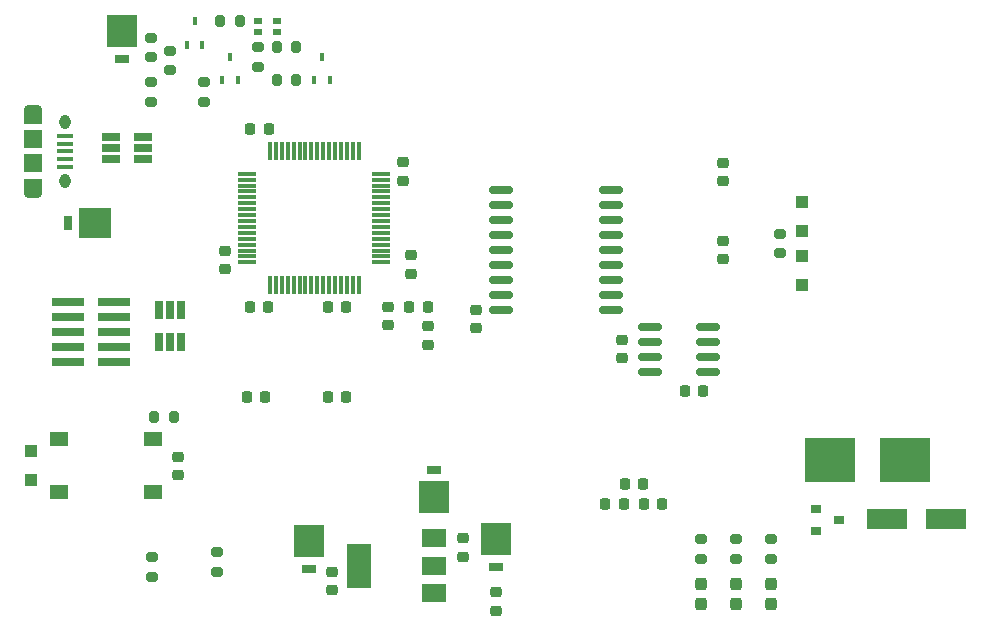
<source format=gtp>
G04 #@! TF.GenerationSoftware,KiCad,Pcbnew,6.0.0-d3dd2cf0fa~116~ubuntu20.04.1*
G04 #@! TF.CreationDate,2022-01-09T15:49:13-07:00*
G04 #@! TF.ProjectId,software_dev_board,736f6674-7761-4726-955f-6465765f626f,A*
G04 #@! TF.SameCoordinates,Original*
G04 #@! TF.FileFunction,Paste,Top*
G04 #@! TF.FilePolarity,Positive*
%FSLAX46Y46*%
G04 Gerber Fmt 4.6, Leading zero omitted, Abs format (unit mm)*
G04 Created by KiCad (PCBNEW 6.0.0-d3dd2cf0fa~116~ubuntu20.04.1) date 2022-01-09 15:49:13*
%MOMM*%
%LPD*%
G01*
G04 APERTURE LIST*
G04 Aperture macros list*
%AMRoundRect*
0 Rectangle with rounded corners*
0 $1 Rounding radius*
0 $2 $3 $4 $5 $6 $7 $8 $9 X,Y pos of 4 corners*
0 Add a 4 corners polygon primitive as box body*
4,1,4,$2,$3,$4,$5,$6,$7,$8,$9,$2,$3,0*
0 Add four circle primitives for the rounded corners*
1,1,$1+$1,$2,$3*
1,1,$1+$1,$4,$5*
1,1,$1+$1,$6,$7*
1,1,$1+$1,$8,$9*
0 Add four rect primitives between the rounded corners*
20,1,$1+$1,$2,$3,$4,$5,0*
20,1,$1+$1,$4,$5,$6,$7,0*
20,1,$1+$1,$6,$7,$8,$9,0*
20,1,$1+$1,$8,$9,$2,$3,0*%
G04 Aperture macros list end*
%ADD10RoundRect,0.225000X0.250000X-0.225000X0.250000X0.225000X-0.250000X0.225000X-0.250000X-0.225000X0*%
%ADD11RoundRect,0.225000X-0.250000X0.225000X-0.250000X-0.225000X0.250000X-0.225000X0.250000X0.225000X0*%
%ADD12RoundRect,0.225000X0.225000X0.250000X-0.225000X0.250000X-0.225000X-0.250000X0.225000X-0.250000X0*%
%ADD13RoundRect,0.225000X-0.225000X-0.250000X0.225000X-0.250000X0.225000X0.250000X-0.225000X0.250000X0*%
%ADD14RoundRect,0.237500X0.237500X-0.287500X0.237500X0.287500X-0.237500X0.287500X-0.237500X-0.287500X0*%
%ADD15R,2.770000X0.740000*%
%ADD16RoundRect,0.200000X0.275000X-0.200000X0.275000X0.200000X-0.275000X0.200000X-0.275000X-0.200000X0*%
%ADD17RoundRect,0.200000X-0.275000X0.200000X-0.275000X-0.200000X0.275000X-0.200000X0.275000X0.200000X0*%
%ADD18R,2.000000X1.500000*%
%ADD19R,2.000000X3.800000*%
%ADD20R,2.540000X2.670000*%
%ADD21R,1.270000X0.762000*%
%ADD22RoundRect,0.075000X0.075000X-0.700000X0.075000X0.700000X-0.075000X0.700000X-0.075000X-0.700000X0*%
%ADD23RoundRect,0.075000X0.700000X-0.075000X0.700000X0.075000X-0.700000X0.075000X-0.700000X-0.075000X0*%
%ADD24RoundRect,0.150000X0.875000X0.150000X-0.875000X0.150000X-0.875000X-0.150000X0.875000X-0.150000X0*%
%ADD25R,1.560000X0.650000*%
%ADD26R,0.650000X1.560000*%
%ADD27RoundRect,0.218750X-0.218750X-0.256250X0.218750X-0.256250X0.218750X0.256250X-0.218750X0.256250X0*%
%ADD28O,1.550000X0.890000*%
%ADD29O,0.950000X1.250000*%
%ADD30R,1.350000X0.400000*%
%ADD31R,1.550000X1.200000*%
%ADD32R,1.550000X1.500000*%
%ADD33R,2.670000X2.540000*%
%ADD34R,0.762000X1.270000*%
%ADD35R,1.550000X1.300000*%
%ADD36RoundRect,0.200000X0.200000X0.275000X-0.200000X0.275000X-0.200000X-0.275000X0.200000X-0.275000X0*%
%ADD37R,1.000000X1.000000*%
%ADD38RoundRect,0.150000X-0.825000X-0.150000X0.825000X-0.150000X0.825000X0.150000X-0.825000X0.150000X0*%
%ADD39R,0.900000X0.800000*%
%ADD40R,3.500000X1.800000*%
%ADD41R,4.240000X3.810000*%
%ADD42R,0.800000X0.550000*%
%ADD43R,0.450000X0.700000*%
%ADD44RoundRect,0.200000X-0.200000X-0.275000X0.200000X-0.275000X0.200000X0.275000X-0.200000X0.275000X0*%
G04 APERTURE END LIST*
D10*
X159984000Y-93917000D03*
X159984000Y-92367000D03*
D11*
X159984000Y-85763000D03*
X159984000Y-87313000D03*
D12*
X126469420Y-105601671D03*
X128019420Y-105601671D03*
D10*
X151398000Y-102325000D03*
X151398000Y-100775000D03*
D13*
X156719000Y-105106000D03*
X158269000Y-105106000D03*
D11*
X139000000Y-98225000D03*
X139000000Y-99775000D03*
X137898000Y-117573000D03*
X137898000Y-119123000D03*
X126800000Y-120425000D03*
X126800000Y-121975000D03*
D13*
X153225000Y-114700000D03*
X154775000Y-114700000D03*
D12*
X151519000Y-114656000D03*
X149969000Y-114656000D03*
D14*
X161034000Y-123159000D03*
X161034000Y-121409000D03*
X158082000Y-123159000D03*
X158082000Y-121409000D03*
D15*
X104468000Y-97560000D03*
X108368000Y-97560000D03*
X104468000Y-98830000D03*
X108368000Y-98830000D03*
X104468000Y-100100000D03*
X108368000Y-100100000D03*
X104468000Y-101370000D03*
X108368000Y-101370000D03*
X104468000Y-102640000D03*
X108368000Y-102640000D03*
D16*
X111490000Y-80625000D03*
X111490000Y-78975000D03*
X111490000Y-76845000D03*
X111490000Y-75195000D03*
D17*
X163986000Y-117649000D03*
X163986000Y-119299000D03*
X161034000Y-117649000D03*
X161034000Y-119299000D03*
X158082000Y-117649000D03*
X158082000Y-119299000D03*
D18*
X135460000Y-122172000D03*
D19*
X129160000Y-119872000D03*
D18*
X135460000Y-119872000D03*
X135460000Y-117572000D03*
D20*
X124900000Y-117801500D03*
D21*
X124900000Y-120152500D03*
D20*
X140692000Y-117649500D03*
D21*
X140692000Y-120000500D03*
D20*
X135500000Y-114100000D03*
D21*
X135500000Y-111749000D03*
D11*
X140692000Y-122145000D03*
X140692000Y-123695000D03*
D14*
X163986000Y-123159000D03*
X163986000Y-121409000D03*
D11*
X133500000Y-93625000D03*
X133500000Y-95175000D03*
D13*
X119925000Y-82900000D03*
X121475000Y-82900000D03*
D11*
X132886574Y-85726899D03*
X132886574Y-87276899D03*
X131606000Y-97955000D03*
X131606000Y-99505000D03*
D13*
X121194427Y-105601671D03*
X119644427Y-105601671D03*
D12*
X121448426Y-97996625D03*
X119898426Y-97996625D03*
D10*
X117800000Y-94775000D03*
X117800000Y-93225000D03*
D11*
X135000000Y-99625000D03*
X135000000Y-101175000D03*
D12*
X128063000Y-97968000D03*
X126513000Y-97968000D03*
D22*
X121593159Y-96128210D03*
X122093159Y-96128210D03*
X122593159Y-96128210D03*
X123093159Y-96128210D03*
X123593159Y-96128210D03*
X124093159Y-96128210D03*
X124593159Y-96128210D03*
X125093159Y-96128210D03*
X125593159Y-96128210D03*
X126093159Y-96128210D03*
X126593159Y-96128210D03*
X127093159Y-96128210D03*
X127593159Y-96128210D03*
X128093159Y-96128210D03*
X128593159Y-96128210D03*
X129093159Y-96128210D03*
D23*
X131018159Y-94203210D03*
X131018159Y-93703210D03*
X131018159Y-93203210D03*
X131018159Y-92703210D03*
X131018159Y-92203210D03*
X131018159Y-91703210D03*
X131018159Y-91203210D03*
X131018159Y-90703210D03*
X131018159Y-90203210D03*
X131018159Y-89703210D03*
X131018159Y-89203210D03*
X131018159Y-88703210D03*
X131018159Y-88203210D03*
X131018159Y-87703210D03*
X131018159Y-87203210D03*
X131018159Y-86703210D03*
D22*
X129093159Y-84778210D03*
X128593159Y-84778210D03*
X128093159Y-84778210D03*
X127593159Y-84778210D03*
X127093159Y-84778210D03*
X126593159Y-84778210D03*
X126093159Y-84778210D03*
X125593159Y-84778210D03*
X125093159Y-84778210D03*
X124593159Y-84778210D03*
X124093159Y-84778210D03*
X123593159Y-84778210D03*
X123093159Y-84778210D03*
X122593159Y-84778210D03*
X122093159Y-84778210D03*
X121593159Y-84778210D03*
D23*
X119668159Y-86703210D03*
X119668159Y-87203210D03*
X119668159Y-87703210D03*
X119668159Y-88203210D03*
X119668159Y-88703210D03*
X119668159Y-89203210D03*
X119668159Y-89703210D03*
X119668159Y-90203210D03*
X119668159Y-90703210D03*
X119668159Y-91203210D03*
X119668159Y-91703210D03*
X119668159Y-92203210D03*
X119668159Y-92703210D03*
X119668159Y-93203210D03*
X119668159Y-93703210D03*
X119668159Y-94203210D03*
D24*
X150480000Y-98222000D03*
X150480000Y-96952000D03*
X150480000Y-95682000D03*
X150480000Y-94412000D03*
X150480000Y-93142000D03*
X150480000Y-91872000D03*
X150480000Y-90602000D03*
X150480000Y-89332000D03*
X150480000Y-88062000D03*
X141180000Y-88062000D03*
X141180000Y-89332000D03*
X141180000Y-90602000D03*
X141180000Y-91872000D03*
X141180000Y-93142000D03*
X141180000Y-94412000D03*
X141180000Y-95682000D03*
X141180000Y-96952000D03*
X141180000Y-98222000D03*
D25*
X110850000Y-85450000D03*
X110850000Y-84500000D03*
X110850000Y-83550000D03*
X108150000Y-83550000D03*
X108150000Y-84500000D03*
X108150000Y-85450000D03*
D26*
X114050000Y-98250000D03*
X113100000Y-98250000D03*
X112150000Y-98250000D03*
X112150000Y-100950000D03*
X113100000Y-100950000D03*
X114050000Y-100950000D03*
D27*
X133384000Y-97968000D03*
X134959000Y-97968000D03*
X151628500Y-113012000D03*
X153203500Y-113012000D03*
D28*
X101500000Y-81300000D03*
D29*
X104200000Y-87300000D03*
D28*
X101500000Y-88300000D03*
D29*
X104200000Y-82300000D03*
D30*
X104200000Y-83500000D03*
X104200000Y-84150000D03*
X104200000Y-84800000D03*
X104200000Y-85450000D03*
X104200000Y-86100000D03*
D31*
X101500000Y-87700000D03*
X101500000Y-81900000D03*
D32*
X101500000Y-83800000D03*
X101500000Y-85800000D03*
D33*
X106798500Y-90900000D03*
D34*
X104447500Y-90900000D03*
D16*
X117120000Y-120397000D03*
X117120000Y-118747000D03*
X111600000Y-120825000D03*
X111600000Y-119175000D03*
D11*
X113836000Y-110677000D03*
X113836000Y-112227000D03*
D35*
X103765000Y-109150001D03*
X111715000Y-109150001D03*
X103765000Y-113650001D03*
X111715000Y-113650001D03*
D36*
X113425000Y-107300000D03*
X111775000Y-107300000D03*
D37*
X101390000Y-110148000D03*
X101390000Y-112648000D03*
D38*
X153749000Y-99645000D03*
X153749000Y-100915000D03*
X153749000Y-102185000D03*
X153749000Y-103455000D03*
X158699000Y-103455000D03*
X158699000Y-102185000D03*
X158699000Y-100915000D03*
X158699000Y-99645000D03*
D39*
X167800000Y-115050000D03*
X167800000Y-116950000D03*
X169800000Y-116000000D03*
D40*
X173800000Y-115900000D03*
X178800000Y-115900000D03*
D41*
X169015000Y-110900000D03*
X175385000Y-110900000D03*
D42*
X120600000Y-73800000D03*
X120600000Y-74700000D03*
X122200000Y-74700000D03*
X122200000Y-73800000D03*
D17*
X113100000Y-76275000D03*
X113100000Y-77925000D03*
X116000000Y-78975000D03*
X116000000Y-80625000D03*
D37*
X166632000Y-91564000D03*
X166632000Y-89064000D03*
X166632000Y-93636000D03*
X166632000Y-96136000D03*
D17*
X164750000Y-91775000D03*
X164750000Y-93425000D03*
D43*
X117550000Y-78800000D03*
X118850000Y-78800000D03*
X118200000Y-76800000D03*
D36*
X119025000Y-73800000D03*
X117375000Y-73800000D03*
D44*
X122175000Y-76000000D03*
X123825000Y-76000000D03*
D43*
X125350000Y-78800000D03*
X126650000Y-78800000D03*
X126000000Y-76800000D03*
D36*
X123825000Y-78800000D03*
X122175000Y-78800000D03*
D17*
X120600000Y-75975000D03*
X120600000Y-77625000D03*
D43*
X114550000Y-75800000D03*
X115850000Y-75800000D03*
X115200000Y-73800000D03*
D20*
X109100000Y-74600000D03*
D21*
X109100000Y-76951000D03*
M02*

</source>
